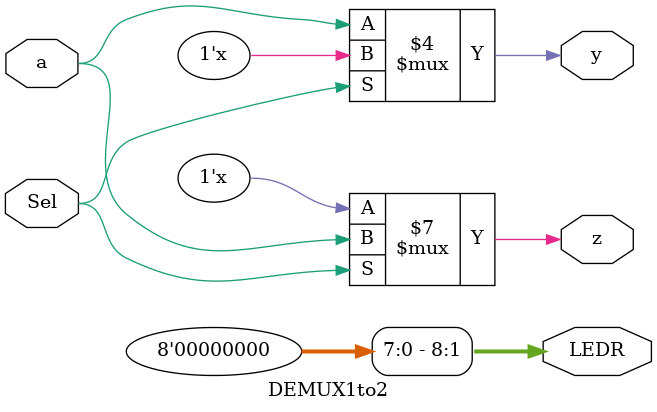
<source format=v>
module DEMUX1to2(
input wire a,
input wire Sel,
output reg y,
output reg z,
output [9:1] LEDR
);

always @(*)
	if (Sel == 0)						// if Sel is equal to 0 then the output on y will be a
		y = a;
	else									// if Sel is 1 then the output on z will be a
		z = a;
		
assign LEDR[8:1] = 7'b0000000;	// set the unused LEDs to low

endmodule 
</source>
